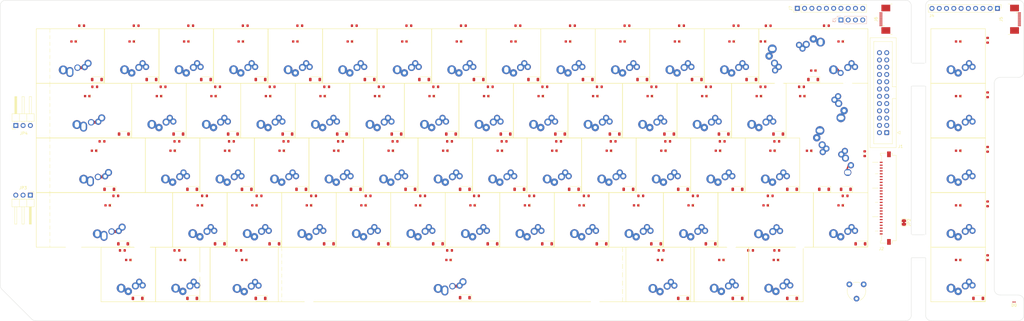
<source format=kicad_pcb>
(kicad_pcb (version 20221018) (generator pcbnew)
  (title_block (title "DecentXL keyboard") (date "2023-07-06") (rev "1"))
  (layers (0 "F.Cu" signal) (31 "B.Cu" signal) (34 "B.Paste" user) (35 "F.Paste" user) (36 "B.SilkS" user "B.Silkscreen") (37 "F.SilkS" user "F.Silkscreen") (38 "B.Mask" user) (39 "F.Mask" user) (44 "Edge.Cuts" user))
  (net 0 "")
  (net 1 "GND")
  (net 2 "PWR_LED")
  (net 3 "ROW_1")
  (net 4 "Net-(D1-A)")
  (net 5 "ROW_2")
  (net 6 "Net-(D2-A)")
  (net 7 "ROW_3")
  (net 8 "Net-(D3-A)")
  (net 9 "ROW_4")
  (net 10 "Net-(D4-A)")
  (net 11 "ROW_5")
  (net 12 "Net-(D5-A)")
  (net 13 "ROW_7")
  (net 14 "Net-(D6-A)")
  (net 15 "ROW_8")
  (net 16 "Net-(D7-A)")
  (net 17 "Net-(D8-A)")
  (net 18 "ROW_6")
  (net 19 "Net-(D9-A)")
  (net 20 "Net-(D10-A)")
  (net 21 "Net-(D11-A)")
  (net 22 "Net-(D12-A)")
  (net 23 "Net-(D13-A)")
  (net 24 "Net-(D14-A)")
  (net 25 "Net-(D15-A)")
  (net 26 "Net-(D16-A)")
  (net 27 "Net-(D17-A)")
  (net 28 "Net-(D18-A)")
  (net 29 "Net-(D19-A)")
  (net 30 "Net-(D20-A)")
  (net 31 "Net-(D21-A)")
  (net 32 "Net-(D22-A)")
  (net 33 "Net-(D23-A)")
  (net 34 "Net-(D24-A)")
  (net 35 "Net-(D25-A)")
  (net 36 "Net-(D26-A)")
  (net 37 "Net-(D27-A)")
  (net 38 "Net-(D28-A)")
  (net 39 "Net-(D29-A)")
  (net 40 "Net-(D30-A)")
  (net 41 "Net-(D31-A)")
  (net 42 "Net-(D32-A)")
  (net 43 "Net-(D33-A)")
  (net 44 "Net-(D34-A)")
  (net 45 "Net-(D35-A)")
  (net 46 "Net-(D36-A)")
  (net 47 "Net-(D37-A)")
  (net 48 "Net-(D38-A)")
  (net 49 "Net-(D39-A)")
  (net 50 "Net-(D40-A)")
  (net 51 "Net-(D41-A)")
  (net 52 "Net-(D42-A)")
  (net 53 "Net-(D43-A)")
  (net 54 "Net-(D44-A)")
  (net 55 "Net-(D45-A)")
  (net 56 "Net-(D46-A)")
  (net 57 "Net-(D47-A)")
  (net 58 "Net-(D48-A)")
  (net 59 "Net-(D49-A)")
  (net 60 "Net-(D51-A)")
  (net 61 "Net-(D52-A)")
  (net 62 "Net-(D53-A)")
  (net 63 "Net-(D54-A)")
  (net 64 "Net-(D56-A)")
  (net 65 "Net-(D57-A)")
  (net 66 "Net-(D58-A)")
  (net 67 "Net-(D59-A)")
  (net 68 "Net-(D60-A)")
  (net 69 "Net-(D61-A)")
  (net 70 "Net-(D62-K)")
  (net 71 "Net-(D62-A)")
  (net 72 "COL_1")
  (net 73 "COL_2")
  (net 74 "COL_3")
  (net 75 "COL_4")
  (net 76 "COL_5")
  (net 77 "COL_6")
  (net 78 "COL_7")
  (net 79 "COL_8")
  (net 80 "COL_9")
  (net 81 "POWER")
  (net 82 "START")
  (net 83 "SELECT")
  (net 84 "OPTION")
  (net 85 "RESET")
  (net 86 "VCC_LED")
  (net 87 "LED_GND")
  (net 88 "Net-(JP3-C)")
  (net 89 "Net-(R1-Pad1)")
  (net 90 "Net-(R2-Pad1)")
  (net 91 "Net-(R3-Pad1)")
  (net 92 "Net-(R4-Pad1)")
  (net 93 "Net-(R5-Pad1)")
  (net 94 "Net-(R6-Pad1)")
  (net 95 "Net-(R7-Pad1)")
  (net 96 "Net-(R8-Pad1)")
  (net 97 "Net-(R9-Pad1)")
  (net 98 "Net-(R10-Pad1)")
  (net 99 "Net-(R11-Pad1)")
  (net 100 "Net-(R12-Pad1)")
  (net 101 "Net-(R13-Pad1)")
  (net 102 "Net-(R14-Pad1)")
  (net 103 "Net-(R15-Pad1)")
  (net 104 "Net-(R16-Pad1)")
  (net 105 "Net-(R17-Pad1)")
  (net 106 "Net-(R18-Pad1)")
  (net 107 "Net-(R19-Pad1)")
  (net 108 "Net-(R20-Pad1)")
  (net 109 "Net-(R21-Pad1)")
  (net 110 "Net-(R22-Pad1)")
  (net 111 "Net-(R23-Pad1)")
  (net 112 "Net-(R24-Pad1)")
  (net 113 "Net-(R25-Pad1)")
  (net 114 "Net-(R26-Pad1)")
  (net 115 "Net-(R27-Pad1)")
  (net 116 "Net-(R28-Pad1)")
  (net 117 "Net-(R29-Pad1)")
  (net 118 "Net-(R30-Pad1)")
  (net 119 "Net-(R31-Pad1)")
  (net 120 "Net-(R32-Pad1)")
  (net 121 "Net-(R33-Pad1)")
  (net 122 "Net-(R34-Pad1)")
  (net 123 "Net-(R35-Pad1)")
  (net 124 "Net-(R36-Pad1)")
  (net 125 "Net-(R37-Pad1)")
  (net 126 "Net-(R38-Pad1)")
  (net 127 "Net-(R39-Pad1)")
  (net 128 "Net-(R40-Pad1)")
  (net 129 "Net-(R41-Pad1)")
  (net 130 "Net-(R42-Pad1)")
  (net 131 "Net-(R43-Pad1)")
  (net 132 "Net-(R44-Pad1)")
  (net 133 "Net-(R45-Pad1)")
  (net 134 "Net-(R46-Pad1)")
  (net 135 "Net-(R47-Pad1)")
  (net 136 "Net-(R48-Pad1)")
  (net 137 "Net-(R49-Pad1)")
  (net 138 "Net-(R50-Pad1)")
  (net 139 "Net-(R51-Pad1)")
  (net 140 "Net-(R52-Pad1)")
  (net 141 "Net-(R53-Pad1)")
  (net 142 "Net-(R54-Pad1)")
  (net 143 "Net-(R55-Pad1)")
  (net 144 "Net-(R56-Pad1)")
  (net 145 "Net-(R57-Pad1)")
  (net 146 "Net-(R58-Pad1)")
  (net 147 "Net-(R59-Pad1)")
  (net 148 "Net-(R60-Pad1)")
  (net 149 "Net-(R61-Pad1)")
  (net 150 "Net-(R62-Pad1)")
  (net 151 "Net-(R63-Pad1)")
  (net 152 "Net-(R64-Pad1)")
  (net 153 "Net-(R65-Pad1)")
  (net 154 "Net-(R66-Pad1)")
  (net 155 "Net-(R67-Pad1)")
  (net 156 "Net-(R68-Pad1)")
  (net 157 "CSL_GND")
  (net 158 "CSL_PWR_LED")
  (net 159 "CSL_ROW_8")
  (net 160 "CSL_HELP")
  (net 161 "CSL_START")
  (net 162 "CSL_SELECT")
  (net 163 "CSL_OPTION")
  (net 164 "CSL_RESET")
  (net 165 "CSL_VCC_LED")
  (net 166 "CSL_LED_GND")
  (net 167 "Net-(D50-A)")
  (net 168 "Net-(D55-A)")
  (footprint "DecentXL:R_0603_1608Metric" (layer "F.Cu") (at 266.1285 50.27)
    (fp_text reference "R38")
    (fp_text value "R" hide)
  )
  (footprint "DecentXL:D_SOD-123" (layer "F.Cu") (at 128.7145 47.73 180)
    (fp_text reference "D21")
    (fp_text value "1N4148W" hide)
  )
  (footprint "DecentXL:R_0603_1608Metric" (layer "F.Cu") (at 142.4305 28.934)
    (fp_text reference "R13")
    (fp_text value "R" hide)
  )
  (footprint "DecentXL:Mousebites" (layer "F.Cu") (at 337.058 105.918)
    (fp_text reference "REF**" hide)
    (fp_text value "Mousebites" hide)
  )
  (footprint "DecentXL:R_0603_1608Metric" (layer "F.Cu") (at 80.4545 107.42)
    (fp_text reference "R56")
    (fp_text value "R" hide)
  )
  (footprint "DecentXL:R_0603_1608Metric" (layer "F.Cu") (at 363.6645 34.014 90)
    (fp_text reference "R68")
    (fp_text value "R" hide)
  )
  (footprint "DecentXL:MX-1-00U-LED" (layer "F.Cu") (at 269.46225 72.6)
    (fp_text reference "SWPlus1")
    (fp_text value "SW_Push_45deg" hide)
  )
  (footprint "DecentXL:R_0603_1608Metric" (layer "F.Cu") (at 251.9045 69.32)
    (fp_text reference "R32")
    (fp_text value "R" hide)
  )
  (footprint "DecentXL:D_SOD-123" (layer "F.Cu") (at 123.8885 86.084 180)
    (fp_text reference "D33")
    (fp_text value "1N4148W" hide)
  )
  (footprint "DecentXL:MX-1-00U-LED" (layer "F.Cu") (at 283.74975 53.52)
    (fp_text reference "SWEqual1")
    (fp_text value "SW_Push_45deg" hide)
  )
  (footprint "DecentXL:D_SOD-123" (layer "F.Cu") (at 71.5645 47.73 180)
    (fp_text reference "D45")
    (fp_text value "1N4148W" hide)
  )
  (footprint "DecentXL:R_0603_1608Metric" (layer "F.Cu") (at 137.6045 69.32)
    (fp_text reference "R25")
    (fp_text value "R" hide)
  )
  (footprint "DecentXL:R_0603_1608Metric" (layer "F.Cu") (at 290.0045 107.42)
    (fp_text reference "R58")
    (fp_text value "R" hide)
  )
  (footprint "DecentXL:MX-1-00U-LED" (layer "F.Cu") (at 202.78725 91.68)
    (fp_text reference "SWM1")
    (fp_text value "SW_Push_45deg" hide)
  )
  (footprint "DecentXL:MX-2-00--1-75-U-LED" (layer "F.Cu") (at 51.577875 72.6)
    (fp_text reference "SWCtlCaps1")
    (fp_text value "SW_Push_45deg")
  )
  (footprint "DecentXL:MX-1-00U-LED" (layer "F.Cu") (at 140.87475 34.44)
    (fp_text reference "SW5")
    (fp_text value "SW_Push_45deg" hide)
  )
  (footprint "DecentXL:D_SOD-123" (layer "F.Cu") (at 295.3385 124.184 180)
    (fp_text reference "D58")
    (fp_text value "1N4148W" hide)
  )
  (footprint "DecentXL:R_0603_1608Metric" (layer "F.Cu") (at 261.5565 88.37)
    (fp_text reference "R42")
    (fp_text value "R" hide)
  )
  (footprint "DecentXL:R_0603_1608Metric" (layer "F.Cu") (at 180.5305 28.934)
    (fp_text reference "R1")
    (fp_text value "R" hide)
  )
  (footprint "DecentXL:R_0603_1608Metric" (layer "F.Cu") (at 175.7045 107.42)
    (fp_text reference "R10")
    (fp_text value "R" hide)
  )
  (footprint "DecentXL:D_SOD-123" (layer "F.Cu") (at 214.3125 66.78 180)
    (fp_text reference "D14")
    (fp_text value "1N4148W" hide)
  )
  (footprint "DecentXL:R_0603_1608Metric" (layer "F.Cu") (at 151.8285 50.27)
    (fp_text reference "R15")
    (fp_text value "R" hide)
  )
  (footprint "DecentXL:MX-1-00U-LED" (layer "F.Cu") (at 174.21225 72.6)
    (fp_text reference "SWH1")
    (fp_text value "SW_Push_45deg" hide)
  )
  (footprint "DecentXL:R_0603_1608Metric" (layer "F.Cu") (at 194.7545 69.32)
    (fp_text reference "R8")
    (fp_text value "R" hide)
  )
  (footprint "DecentXL:MX-1-25U-LED" (layer "F.Cu") (at 103.965375 110.76)
    (fp_text reference "SWCtl1")
    (fp_text value "SW_Push_45deg" hide)
  )
  (footprint "DecentXL:D_SOD-123" (layer "F.Cu") (at 185.8645 47.73 180)
    (fp_text reference "D1")
    (fp_text value "1N4148W" hide)
  )
  (footprint "DecentXL:MX-1-00U-LED" (layer "F.Cu") (at 193.26225 72.6)
    (fp_text reference "SWJ1")
    (fp_text value "SW_Push_45deg" hide)
  )
  (footprint "DecentXL:MX-1-00U-LED" (layer "F.Cu") (at 145.63725 91.68)
    (fp_text reference "SWV1")
    (fp_text value "SW_Push_45deg" hide)
  )
  (footprint "DecentXL:R_0603_1608Metric" (layer "F.Cu") (at 51.7525 50.27)
    (fp_text reference "R55")
    (fp_text value "R" hide)
  )
  (footprint "DecentXL:Mousebites" (layer "F.Cu") (at 337.058 45.974)
    (fp_text reference "REF**" hide)
    (fp_text value "Mousebites" hide)
  )
  (footprint "DecentXL:R_0603_1608Metric" (layer "F.Cu") (at 232.8545 69.32)
    (fp_text reference "R24")
    (fp_text value "R" hide)
  )
  (footprint "DecentXL:R_0603_1608Metric" (layer "F.Cu") (at 218.6305 28.934)
    (fp_text reference "R20")
    (fp_text value "R" hide)
  )
  (footprint "DecentXL:D_SOD-123" (layer "F.Cu") (at 104.8385 86.084 180)
    (fp_text reference "D41")
    (fp_text value "1N4148W" hide)
  )
  (footprint "DecentXL:MX-1-00U-LED" (layer "F.Cu") (at 74.19975 53.52)
    (fp_text reference "SWQ1")
    (fp_text value "SW_Push_45deg" hide)
  )
  (footprint "DecentXL:D_SOD-123" (layer "F.Cu") (at 266.8905 105.134 180)
    (fp_text reference "D42")
    (fp_text value "1N4148W" hide)
  )
  (footprint "DecentXL:MX-1-00U-LED" (layer "F.Cu") (at 121.82475 34.44)
    (fp_text reference "SW4")
    (fp_text value "SW_Push_45deg" hide)
  )
  (footprint "DecentXL:D_SOD-123" (layer "F.Cu") (at 233.3625 66.78 180)
    (fp_text reference "D22")
    (fp_text value "1N4148W" hide)
  )
  (footprint "DecentXL:D_SOD-123" (layer "F.Cu") (at 181.0385 123.93 180)
    (fp_text reference "D10")
    (fp_text value "1N4148W" hide)
  )
  (footprint "DecentXL:D_SOD-123" (layer "F.Cu") (at 247.8405 105.134 180)
    (fp_text reference "D34")
    (fp_text value "1N4148W" hide)
  )
  (footprint "DecentXL:R_0603_1608Metric" (layer "F.Cu") (at 223.4565 88.37)
    (fp_text reference "R26")
    (fp_text value "R" hide)
  )
  (footprint "DecentXL:MX-1-00U-LED" (layer "F.Cu") (at 164.68725 91.68)
    (fp_text reference "SWB1")
    (fp_text value "SW_Push_45deg" hide)
  )
  (footprint "DecentXL:D_SOD-123" (layer "F.Cu") (at 119.0625 66.78 180)
    (fp_text reference "D31")
    (fp_text value "1N4148W" hide)
  )
  (footprint "DecentXL:MX-1-00U-LED" (layer "F.Cu") (at 117.06225 72.6)
    (fp_text reference "SWD1")
    (fp_text value "SW_Push_45deg" hide)
  )
  (footprint "DecentXL:D_SOD-123" (layer "F.Cu") (at 66.7385 124.184 180)
    (fp_text reference "D5")
    (fp_text value "1N4148W" hide)
  )
  (footprint "DecentXL:MountingHole_5.3mm_M5" (layer "F.Cu") (at 24.446625 39.066)
    (fp_text reference "REF**" hide)
    (fp_text value "MountingHole_5.3mm_M5" hide)
  )
  (footprint "DecentXL:MX-1-00U-LED" (layer "F.Cu") (at 353.37475 110.76)
    (fp_text reference "SWHlp1")
    (fp_text value "SW_Push_45deg" hide)
  )
  (footprint "DecentXL:MX-1-00U-LED" (layer "F.Cu") (at 155.16225 72.6)
    (fp_text reference "SWG1")
    (fp_text value "SW_Push_45deg" hide)
  )
  (footprint "DecentXL:R_0603_1608Metric" (layer "F.Cu") (at 61.4045 107.42)
    (fp_text reference "R5")
    (fp_text value "R" hide)
  )
  (footprint "DecentXL:MX-1-00U-LED" (layer "F.Cu") (at 274.22475 34.44)
    (fp_text reference "SWGT1")
    (fp_text value "SW_Push_45deg" hide)
  )
  (footprint "DecentXL:R_0603_1608Metric" (layer "F.Cu") (at 307.34 28.934)
    (fp_text reference "R62")
    (fp_text value "R" hide)
  )
  (footprint "DecentXL:MX-1-00U-LED" (layer "F.Cu") (at 198.02475 34.44)
    (fp_text reference "SW8")
    (fp_text value "SW_Push_45deg" hide)
  )
  (footprint "DecentXL:D_SOD-123" (layer "F.Cu") (at 171.6405 105.134 180)
    (fp_text reference "D19")
    (fp_text value "1N4148W" hide)
  )
  (footprint "DecentXL:D_SOD-123" (layer "F.Cu") (at 181.0385 86.084 180)
    (fp_text reference "D9")
    (fp_text value "1N4148W" hide)
  )
  (footprint "DecentXL:MX-1-00U-LED" (layer "F.Cu") (at 353.37475 34.44)
    (fp_text reference "SWReset1")
    (fp_text value "SW_Push_45deg" hide)
  )
  (footprint "DecentXL:R_0603_1608Metric" (layer "F.Cu") (at 287.7185 88.37)
    (fp_text reference "R61")
    (fp_text value "R" hide)
  )
  (footprint "DecentXL:MX-1-00U-LED" (layer "F.Cu") (at 159.92475 34.44)
    (fp_text reference "SW6")
    (fp_text value "SW_Push_45deg" hide)
  )
  (footprint "DecentXL:MX-1-25U-LED" (layer "F.Cu") (at 249.221625 110.76)
    (fp_text reference "SWBrk1")
    (fp_text value "SW_Push_45deg" hide)
  )
  (footprint "DecentXL:MountingHole_5.3mm_M5" (layer "F.Cu") (at 24.446625 117.08)
    (fp_text reference "REF**" hide)
    (fp_text value "MountingHole_5.3mm_M5" hide)
  )
  (footprint "DecentXL:MX-1-00U-LED" (layer "F.Cu") (at 131.34975 53.52)
    (fp_text reference "SWR1")
    (fp_text value "SW_Push_45deg" hide)
  )
  (footprint "DecentXL:R_0603_1608Metric" (layer "F.Cu") (at 109.1565 88.37)
    (fp_text reference "R43")
    (fp_text value "R" hide)
  )
  (footprint "DecentXL:D_SOD-123" (layer "F.Cu") (at 204.9145 47.73 180)
    (fp_text reference "D12")
    (fp_text value "1N4148W" hide)
  )
  (footprint "DecentXL:MX-1-00U-LED" (layer "F.Cu") (at 259.93725 91.68)
    (fp_text reference "SWSlash1")
    (fp_text value "SW_Push_45deg" hide)
  )
  (footprint "DecentXL:MX-1-00U-LED" (layer "F.Cu") (at 98.01225 72.6)
    (fp_text reference "SWS1")
    (fp_text value "SW_Push_45deg" hide)
  )
  (footprint "DecentXL:R_0603_1608Metric" (layer "F.Cu") (at 66.2305 28.934)
    (fp_text reference "R45")
    (fp_text value "R" hide)
  )
  (footprint "DecentXL:D_SOD-123" (layer "F.Cu") (at 319.2145 105.134 180)
    (fp_text reference "D50")
    (fp_text value "1N4148W" hide)
  )
  (footprint "DecentXL:D_SOD-123" (layer "F.Cu") (at 257.2385 86.084 180)
    (fp_text reference "D32")
    (fp_text value "1N4148W" hide)
  )
  (footprint "DecentXL:R_0603_1608Metric" (layer "F.Cu") (at 59.1185 88.37)
    (fp_text reference "R63")
    (fp_text value "R" hide)
  )
  (footprint "DecentXL:MX-1-00U-LED" (layer "F.Cu") (at 245.64975 53.52)
    (fp_text reference "SWP1")
    (fp_text value "SW_Push_45deg" hide)
  )
  (footprint "DecentXL:D_SOD-123" (layer "F.Cu") (at 161.9885 86.084 180)
    (fp_text reference "D17")
    (fp_text value "1N4148W" hide)
  )
  (footprint "DecentXL:R_0603_1608Metric" (layer "F.Cu") (at 280.8605 107.42)
    (fp_text reference "R7")
    (fp_text value "R" hide)
  )
  (footprint "Connector_PinHeader_2.54mm:PinHeader_1x03_P2.54mm_Horizontal" (layer "F.Cu") (at 24.1935 63.789 90)
    (fp_text reference "JP4")
    (fp_text value "Jumper_3_Bridged12" hide)
  )
  (footprint "DecentXL:MX-1-00U-LED" (layer "F.Cu") (at 255.17475 34.44)
    (fp_text reference "SWLT1")
    (fp_text value "SW_Push_45deg" hide)
  )
  (footprint "DecentXL:MX-1-00U-LED" (layer "F.Cu") (at 270.652875 110.76)
    (fp_text reference "SWFn3")
    (fp_text value "SW_Push_45deg" hide)
  )
  (footprint "DecentXL:R_0603_1608Metric" (layer "F.Cu") (at 185.1025 88.37)
    (fp_text reference "R6")
    (fp_text value "R" hide)
  )
  (footprint "DecentXL:D_SOD-123" (layer "F.Cu") (at 85.7885 124.184 180)
    (fp_text reference "D56")
    (fp_text value "1N4148W" hide)
  )
  (footprint "Connector_FFC-FPC:TE_1-1734839-0_1x10-1MP_P0.5mm_Horizontal" (layer "F.Cu") (at 327.751 26.67 90)
    (fp_text reference "J6")
    (fp_text value "Conn_01x10" hide)
  )
  (footprint "DecentXL:D_SOD-123" (layer "F.Cu") (at 133.5405 105.134 180)
    (fp_text reference "D35")
    (fp_text value "1N4148W" hide)
  )
  (footprint "DecentXL:D_SOD-123" (layer "F.Cu") (at 100.0125 66.78 180)
    (fp_text reference "D39")
    (fp_text value "1N4148W" hide)
  )
  (footprint "DecentXL:MX-2-50U-LED" (layer "F.Cu") (at 56.340375 91.68)
    (fp_text reference "SWLeftSft1")
    (fp_text value "SW_Push_45deg" hide)
  )
  (footprint "DecentXL:R_0603_1608Metric" (layer "F.Cu") (at 320.7385 73.638 -90)
    (fp_text reference "R57")
    (fp_text value "R" hide)
  )
  (footprint "DecentXL:Mousebites" (layer "F.Cu") (at 341.884 105.918)
    (fp_text reference "REF**" hide)
    (fp_text value "Mousebites" hide)
  )
  (footprint "DecentXL:Mousebites" (layer "F.Cu") (at 341.884 45.974)
    (fp_text reference "REF**" hide)
    (fp_text value "Mousebites" hide)
  )
  (footprint "DecentXL:R_0603_1608Metric" (layer "F.Cu") (at 247.0785 50.27)
    (fp_text reference "R30")
    (fp_text value "R" hide)
  )
  (footprint "DecentXL:D_SOD-123" (layer "F.Cu") (at 56.8325 86.084 180)
    (fp_text reference "D62")
    (fp_text value "1N4148W" hide)
  )
  (footprint "DecentXL:D_SOD-123" (layer "F.Cu") (at 166.8145 47.73 180)
    (fp_text reference "D2")
    (fp_text value "1N4148W" hide)
  )
  (footprint "DecentXL:R_0603_1608Metric" (layer "F.Cu") (at 147.2565 88.37)
    (fp_text reference "R27")
    (fp_text value "R" hide)
  )
  (footprint "DecentXL:MX-1-00U-LED" (layer "F.Cu") (at 178.97475 34.44)
    (fp_text reference "SW7")
    (fp_text value "SW_Push_45deg" hide)
  )
  (footprint "DecentXL:MX-1-00U-LED" (layer "F.Cu") (at 63.484125 110.76)
    (fp_text reference "SWFn1")
    (fp_text value "SW_Push_45deg" hide)
  )
  (footprint "DecentXL:MX-1-00U-LED" (layer "F.Cu") (at 285.22775 34.44)
    (fp_text reference "SWDel2")
    (fp_text value "SW_Push_45deg" hide)
  )
  (footprint "DecentXL:D_SOD-123" (layer "F.Cu") (at 95.4405 105.134 180)
    (fp_text reference "D51")
    (fp_text value "1N4148W" hide)
  )
  (footprint "DecentXL:MX-1-00U-LED" (layer "F.Cu") (at 312.32475 34.44)
    (fp_text reference "SWBrk2")
    (fp_text value "SW_Push_45deg" hide)
  )
  (footprint "DecentXL:MX-1-00U-LED" (layer "F.Cu") (at 102.77475 34.44)
    (fp_text reference "SW3")
    (fp_text value "SW_Push_45deg" hide)
  )
  (footprint "DecentXL:R_0603_1608Metric" (layer "F.Cu") (at 132.7785 50.27)
    (fp_text reference "R23")
    (fp_text value "R" hide)
  )
  (footprint "DecentXL:MX-1-00U-LED" (layer "F.Cu") (at 288.51225 72.6)
    (fp_text reference "SWStar1")
    (fp_text value "SW_Push_45deg" hide)
  )
  (footprint "DecentXL:R_0603_1608Metric" (layer "F.Cu") (at 75.6285 50.27)
    (fp_text reference "R47")
    (fp_text value "R" hide)
  )
  (footprint "DecentXL:R_0603_1608Metric" (layer "F.Cu") (at 54.2925 69.32)
    (fp_text reference "R66")
    (fp_text value "R" hide)
  )
  (footprint "DecentXL:MX-1-00U-LED" (layer "F.Cu") (at 93.24975 53.52)
    (fp_text reference "SWW1")
    (fp_text value "SW_Push_45deg" hide)
  )
  (footprint "DecentXL:D_SOD-123" (layer "F.Cu") (at 281.1145 47.73 180)
    (fp_text reference "D44")
    (fp_text value "1N4148W" hide)
  )
  (footprint "DecentXL:R_0603_1608Metric" (layer "F.Cu") (at 237.6805 28.934)
    (fp_text reference "R28")
    (fp_text value "R" hide)
  )
  (footprint "Connector_PinHeader_2.54mm:PinHeader_1x10_P2.54mm_Vertical" (layer "F.Cu") (at 367.0935 22.882 -90)
    (fp_text reference "J4")
    (fp_text value "Conn_01x10" hide)
  )
  (footprint "DecentXL:D_SOD-123" (layer "F.Cu") (at 90.6145 47.73 180)
    (fp_text reference "D37")
    (fp_text value "1N4148W" hide)
  )
  (footprint "DecentXL:D_SOD-123" (layer "F.Cu") (at 262.0645 47.73 180)
    (fp_text reference "D36")
    (fp_text value "1N4148W" hide)
  )
  (footprint "DecentXL:MX-1-00U-LED" (layer "F.Cu") (at 183.73725 91.68)
    (fp_text reference "SWN1")
    (fp_text value "SW_Push_45deg" hide)
  )
  (footprint "DecentXL:MX-1-00U-LED" (layer "F.Cu") (at 312.32475 91.68)
    (fp_text reference "SWInv1")
    (fp_text value "SW_Push_45deg" hide)
  )
  (footprint "DecentXL:MX-1-00U-LED" (layer "F.Cu") (at 78.96225 72.6)
    (fp_text reference "SWA1")
    (fp_text value "SW_Push_45deg" hide)
  )
  (footprint "DecentXL:R_0603_1608Metric" (layer "F.Cu") (at 189.9285 50.27)
    (fp_text reference "R3")
    (fp_text value "R" hide)
  )
  (footprint "Connector_PinHeader_2.54mm:PinHeader_1x10_P2.54mm_Vertical" (layer "F.Cu") (at 297.185 22.86 90)
    (fp_text reference "J7")
    (fp_text value "Conn_01x10" hide)
  )
  (footprint "DecentXL:MX-1-00U-LED" (layer "F.Cu") (at 83.72475 34.44)
    (fp_text reference "SW2")
    (fp_text value "SW_Push_45deg" hide)
  )
  (footprint "DecentXL:D_SOD-123" (layer "F.Cu") (at 157.1625 66.78 180)
    (fp_text reference "D15")
    (fp_text value "1N4148W" hide)
  )
  (footprint "DecentXL:D_SOD-123" (layer "F.Cu") (at 223.9645 47.73 180)
    (fp_text reference "D20")
    (fp_text value "1N4148W" hide)
  )
  (footprint "DecentXL:R_0603_1608Metric" (layer "F.Cu") (at 204.4065 88.37)
    (fp_text reference "R18")
    (fp_text value "R" hide)
  )
  (footprint "DecentXL:MX-1-00U-LED" (layer "F.Cu") (at 353.37475 72.6)
    (fp_text reference "SWSelect1")
    (fp_text value "SW_Push_45deg" hide)
  )
  (footprint "DecentXL:D_SOD-123" (layer "F.Cu") (at 80.9625 66.78 180)
    (fp_text reference "D47")
    (fp_text value "1N4148W" hide)
  )
  (footprint "DecentXL:R_0603_1608Metric" (layer "F.Cu") (at 275.7805 28.934)
    (fp_text reference "R44")
    (fp_text value "R" hide)
  )
  (footprint "DecentXL:D_SOD-123" (layer "F.Cu") (at 306.5145 86.084 180)
    (fp_text reference "D54")
    (fp_text value "1N4148W" hide)
  )
  (footprint "DecentXL:R_0603_1608Metric" (layer "F.Cu") (at 47.1805 28.934)
    (fp_text reference "R52")
    (fp_text value "R" hide)
  )
  (footprint "DecentXL:D_SOD-123" (layer "F.Cu") (at 142.9385 86.084 180)
    (fp_text reference "D25")
    (fp_text value "1N4148W" hide)
  )
  (footprint "DecentXL:D_SOD-123" (layer "F.Cu") (at 114.4905 105.134 180)
    (fp_text reference "D43")
    (fp_text value "1N4148W" hide)
  )
  (footprint "DecentXL:MX-1-25--1-00-U-LED" (layer "F.Cu") (at 44.434125 34.44)
    (fp_text reference "SWEsc1")
    (fp_text value "SW_Push_45deg")
  )
  (footprint "DecentXL:MX-1-75U-LED" (layer "F.Cu") (at 286.131 91.68)
    (fp_text reference "SWRightSft1")
    (fp_text value "SW_Push_45deg" hide)
  )
  (footprint "DecentXL:MX-1-00U-LED" (layer "F.Cu") (at 207.54975 53.52)
    (fp_text reference "SWI1")
    (fp_text value "SW_Push_45deg" hide)
  )
  (footprint "DecentXL:Molex_200528-0260_1x26-1MP_P1.00mm_Horizontal" (layer "F.Cu") (at 327.406 89.154 90)
    (fp_text reference "J2")
    (fp_text value "Conn_01x26" hide)
  )
  (footprint "DecentXL:MX-1-00U-LED" (layer "F.Cu") (at 264.69975 53.52)
    (fp_text reference "SWDash1")
    (fp_text value "SW_Push_45deg" hide)
  )
  (footprint "DecentXL:MX-1-00U-LED" (layer "F.Cu") (at 112.29975 53.52)
    (fp_text reference "SWE1")
    (fp_text value "SW_Push_45deg" hide)
  )
  (footprint "DecentXL:R_0603_1608Metric" (layer "F.Cu") (at 256.7305 28.934)
    (fp_text reference "R36")
    (fp_text value "R" hide)
  )
  (footprint "DecentXL:R_0603_1608Metric" (layer "F.Cu") (at 298.6405 50.27)
    (fp_text reference "R54")
    (fp_text value "R" hide)
  )
  (footprint "DecentXL:R_0603_1608Metric" (layer "F.Cu") (at 228.0285 50.27)
    (fp_text reference "R22")
    (fp_text value "R" hide)
  )
  (footprint "DecentXL:D_SOD-123" (layer "F.Cu") (at 228.7905 105.134 180)
    (fp_text reference "D26")
    (fp_text value "1N4148W" hide)
  )
  (footprint "DecentXL:MX-1-00U-LED" (layer "F.Cu") (at 88.48725 91.68)
    (fp_text reference "SWZ1")
    (fp_text value "SW_Push_45deg" hide)
  )
  (footprint "DecentXL:D_SOD-123" (layer "F.Cu") (at 295.3385 86.084 180)
    (fp_text reference "D48")
    (fp_text value "1N4148W" hide)
  )
  (footprint "Connector_FFC-FPC:TE_1-1734839-0_1x10-1MP_P0.5mm_Horizontal" (layer "F.Cu") (at 373.416 26.67 -90)
    (fp_text reference "J5")
    (fp_text value "Conn_01x10" hide)
  )
  (footprint "DecentXL:R_0603_1608Metric" (layer "F.Cu") (at 80.4545 69.32)
    (fp_text reference "R49")
    (fp_text value "R" hide)
  )
  (footprint "DecentXL:D_SOD-123" (layer "F.Cu") (at 238.1885 86.084 180)
    (fp_text reference "D24")
    (fp_text value "1N4148W" hide)
  )
  (footprint "DecentXL:R_0603_1608Metric" (layer "F.Cu") (at 287.02 28.956)
    (fp_text reference "R53")
    (fp_text value "R" hide)
  )
  (footprint "Jumper:SolderJumper-2_P1.3mm_Bridged_RoundedPad1.0x1.5mm" (layer "F.Cu") (at 334.42275 97.686 -90)
    (fp_text reference "JP2")
    (fp_text value "SolderJumper_2_Bridged" hide)
  )
  (footprint "DecentXL:R_0603_1608Metric" (layer "F.Cu") (at 363.6645 72.114 90)
    (fp_text reference "R65")
    (fp_text value "R" hide)
  )
  (footprint "DecentXL:R_0603_1608Metric" (layer "F.Cu") (at 290.0045 69.32)
    (fp_text reference "R48")
    (fp_text value "R" hide)
  )
  (footprint "DecentXL:R_0603_1608Metric" (layer "F.Cu") (at 99.5045 69.32)
    (fp_text reference "R41")
    (fp_text value "R" hide)
  )
  (footprint "DecentXL:MX-1-00U-LED" (layer "F.Cu") (at 212.31225 72.6)
    (fp_text reference "SWK1")
    (fp_text value "SW_Push_45deg" hide)
  )
  (footprint "DecentXL:D_SOD-123" (layer "F.Cu") (at 85.7885 86.084 180)
    (fp_text reference "D49")
    (fp_text value "1N4148W" hide)
  )
  (footprint "DecentXL:D_SOD-123" (layer "F.Cu") (at 314.1345 86.084 180)
    (fp_text reference "D57")
    (fp_text value "1N4148W" hide)
  )
  (footprint "Connector_IDC:IDC-Header_2x12_P2.54mm_Vertical" (layer "F.Cu") (at 328.422 66.294 180)
    (fp_text reference "J1")
    (fp_text value "Conn_02x12_Odd_Even" hide)
  )
  (footprint "DecentXL:R_0603_1608Metric" (layer "F.Cu") (at 161.4805 28.934)
    (fp_text reference "R2")
    (fp_text value "R" hide)
  )
  (footprint "DecentXL:R_0603_1608Metric" (layer "F.Cu") (at 313.8805 88.37)
    (fp_text reference "R50")
    (fp_text value "R" hide)
  )
  (footprint "DecentXL:MX-1-00U-LED" (layer "F.Cu") (at 82.534125 110.76)
    (fp_text reference "SWFn2")
    (fp_text value "SW_Push_45deg" hide)
  )
  (footprint "DecentXL:MX-1-00U-LED" (layer "F.Cu") (at 169.44975 53.52)
    (fp_text reference "SWY1")
    (fp_text value "SW_Push_45deg" hide)
  )
  (footprint "DecentXL:MX-1-00U-LED" (layer "F.Cu") (at 136.11225 72.6)
    (fp_text reference "SWF1")
    (fp_text value "SW_Push_45deg" hide)
  )
  (footprint "LED_SMD:LED_0201_0603Metric" (layer "F.Cu") (at 372.8997 125.454)
    (fp_text reference "D0")
    (fp_text value "LED" hide)
  )
  (footprint "DecentXL:MX-1-00U-LED" (layer "F.Cu") (at 107.53725 91.68)
    (fp_text reference "SWX1")
    (fp_text value "SW_Push_45deg" hide)
  )
  (footprint "DecentXL:D_SOD-123" (layer "F.Cu") (at 176.2125 66.78 180)
    (fp_text reference "D4")
    (fp_text value "1N4148W" hide)
  )
  (footprint "DecentXL:MX-1-00U-LED" (layer "F.Cu") (at 289.702875 110.76)
    (fp_text reference "SWFn4")
    (fp_text value "SW_Push_45deg" hide)
  )
  (footprint "MountingHole:MountingHole_5.3mm_M5" (layer "F.Cu") (at 370.48 38.5)
    (fp_text reference "REF**" hide)
    (fp_text value "MountingHole_5.3mm_M5" hide)
  )
  (footprint "DecentXL:D_SOD-123" (layer "F.Cu") (at 138.1125 66.78 180)
    (fp_text reference "D23")
    (fp_text value "1N4148W" hide)
  )
  (footprint "DecentXL:MX-1-25U-LED" (layer "F.Cu") (at 301.3025 72.6)
    (fp_text reference "SWCps1")
    (fp_text value "SW_Push_45deg" hide)
  )
  (footprint "DecentXL:D_SOD-123" (layer "F.Cu") (at 302.7045 47.73 180)
    (fp_text reference "D52")
    (fp_text value "1N4148W" hide)
  )
  (footprint "DecentXL:MX-1-00U-LED" (layer "F.Cu") (at 217.07475 34.44)
    (fp_text reference "SW9")
    (fp_text value "SW_Push_45deg" hide)
  )
  (footprint "DecentXL:MX-ISO-RETURN" (layer "F.Cu") (at 309.9435 63.06)
    (fp_text reference "SWRet1")
    (fp_text value "SWITCH" hide)
  )
  (footprint "DecentXL:D_SOD-123" (layer "F.Cu") (at 243.0145 47.73 180)
    (fp_text reference "D28")
    (fp_text value "1N4148W" hide)
  )
  (footprint "DecentXL:R_0603_1608Metric" (layer "F.Cu") (at 166.3065 88.37)
    (fp_text reference "R19")
    (fp_text value "R" hide)
  )
  (footprint "DecentXL:D_SOD-123" (layer "F.Cu") (at 109.6645 47.73 180)
    (fp_text reference "D29")
    (fp_text value "1N4148W" hide)
  )
  (footprint "DecentXL:R_0603_1608Metric" (layer "F.Cu") (at 113.7285 50.27)
    (fp_text reference "R31")
    (fp_text value "R" hide)
  )
  (footprint "DecentXL:D_SOD-123" (layer "F.Cu") (at 276.2885 86.084 180)
    (fp_text reference "D40")
    (fp_text value "1N4148W" hide)
  )
  (footprint "DecentXL:R_0603_1608Metric" (layer "F.Cu") (at 213.8045 69.32)
    (fp_text reference "R16")
    (fp_text value "R" hide)
  )
  (footprint "DecentXL:R_0603_1608Metric" (layer "F.Cu") (at 128.2065 88.37)
    (fp_text reference "R35")
    (fp_text value "R" hide)
  )
  (footprint "DecentXL:R_0603_1608Metric" (layer "F.Cu") (at 123.3805 28.934)
    (fp_text reference "R21")
    (fp_text value "R" hide)
  )
  (footprint "DecentXL:D_SOD-123" (layer "F.Cu") (at 271.4625 66.78 180)
    (fp_text reference "D38")
    (fp_text value "1N4148W" hide)
  )
  (footprint "DecentXL:R_0603_1608Metric" (layer "F.Cu") (at 90.1065 88.37)
    (fp_text reference "R51")
    (fp_text value "R" hide)
  )
  (footprint "DecentXL:D_SOD-123" (layer "F.Cu") (at 360.3625 124.184 180)
    (fp_text reference "D11")
    (fp_text value "1N4148W" hide)
  )
  (footprint "DecentXL:MX-1-00U-LED" (layer "F.Cu") (at 231.36225 72.6)
    (fp_text reference "SWL1")
    (fp_text value "SW_Push_45deg" hide)
  )
  (footprint "DecentXL:R_0603_1608Metric" (layer "F.Cu") (at 104.3305 28.934)
    (fp_text reference "R29")
    (fp_text value "R" hide)
  )
  (footprint "DecentXL:MX-1-75--1-50-U-LED" (layer "F.Cu") (at 49.196625 53.52)
    (fp_text reference "SWTab1")
    (fp_text value "SW_Push_45deg")
  )
  (footprint "DecentXL:MX-1-00U-LED" (layer "F.Cu") (at 126.58725 91.68)
    (fp_text reference "SWC1")
    (fp_text value "SW_Push_45deg" hide)
  )
  (footprint "DecentXL:D_SOD-123" (layer "F.Cu") (at 147.7645 47.73 180)
    (fp_text reference "D13")
    (fp_text value "1N4148W" hide)
  )
  (footprint "DecentXL:Potentiometer_CUI-PTN06-D02CB20" (layer "F.Cu") (at 315.37275 119.276 -90)
    (fp_text reference "JP1" hide)
    (fp_text value "SolderJumper_2_Bridged" hide)
  )
  (footprint "DecentXL:R_0603_1608Metric" (layer "F.Cu") (at 285.1785 50.27)
    (fp_text reference "R46")
    (fp_text value "R" hide)
  )
  (footprint "DecentXL:R_0603_1608Metric" (layer "F.Cu") (at 94.6785 50.27)
    (fp_text reference "R39")
    (fp_text value "R" hide)
  )
  (footprint "DecentXL:R_0603_1608Metric" (layer "F.Cu") (at 199.5805 28.934)
    (fp_text reference "R12")
    (fp_text value "R" hide)
  )
  (footprint "DecentXL:D_SOD-123" (layer "F.Cu") (at 190.6905 105.134 180)
    (fp_text reference "D6")
    (fp_text value "1N4148W" hide)
  )
  (footprint "DecentXL:MX-1-00U-LED" (layer "F.Cu") (at 64.67475 34.44)
    (fp_text reference "SW1")
    (fp_text value "SW_Push_45deg" hide)
  )
  (footprint "DecentXL:R_0603_1608Metric" (layer "F.Cu") (at 242.5065 88.37)
    (fp_text reference "R34")
    (fp_text value "R" hide)
  )
  (footprint "DecentXL:MX-1-00U-LED" (layer "F.Cu") (at 150.39975 53.52)
    (fp_text reference "SWT1")
    (fp_text value "SW_Push_45deg" hide)
  )
  (footprint "DecentXL:D_SOD-123" (layer "F.Cu") (at 200.0885 86.084 180)
    (fp_text reference "D8")
    (fp_text value "1N4148W" hide)
  )
  (footprint "DecentXL:D_SOD-123" (layer "F.Cu") (at 195.2625 66.78 180)
    (fp_text reference "D3")
    (fp_text value "1N4148W" hide)
  )
  (footprint "DecentXL:D_SOD-123" (layer "F.Cu") (at 276.2885 124.184 180)
    (fp_text reference "D7")
    (fp_text value "1N4148W" hide)
  )
  (footprint "DecentXL:R_0603_1608Metric" (layer "F.Cu") (at 249.6185 107.42)
    (fp_text reference "R59")
    (fp_text value "R" hide)
  )
  (footprint "DecentXL:R_0603_1608Metric" (layer "F.Cu") (at 175.7045 69.32)
    (fp_text reference "R9")
    (fp_text value "R" hide)
  )
  (footprint "DecentXL:R_0603_1608Metric" (layer "F.Cu") (at 102.0445 107.42)
    (fp_text reference "R60")
    (fp_text value "R" hide)
  )
  (footprint "DecentXL:MX-9-00--6-25-U-LED" (layer "F.Cu") (at 175.402875 110.76)
    (fp_text reference "SWSpc1" hide)
    (fp_text value "SW_Push_45deg" hide)
  )
  (footprint "DecentXL:R_0603_1608Metric" (layer "F.Cu") (at 363.6645 91.164 90)
    (fp_text reference "R64")
    (fp_text value "R" hide)
  )
  (footprint "DecentXL:R_0603_1608Metric" (layer "F.Cu") (at 270.9545 69.32)
    (fp_text reference "R40")
    (fp_text value "R" hide)
  )
  (footprint "DecentXL:D_SOD-123" (layer "F.Cu") (at 61.9125 66.78 180)
    (fp_text reference "D55")
    (fp_text value "1N4148W" hide)
  )
  (footprint "DecentXL:MX-1-00U-LED" (layer "F.Cu") (at 353.37475 53.52)
    (fp_text reference "SWOption1")
    (fp_text value "SW_Push_45deg" hide)
  )
  (footprint "DecentXL:R_0603_1608Metric" (layer "F.Cu") (at 363.6645 53.064 90)
    (fp_text reference "R67")
    (fp_text value "R" hide)
  )
  (footprint "DecentXL:MX-1-00U-LED" (layer "F.Cu") (at 240.88725 91.68)
    (fp_text reference "SWPeriod1")
    (fp_text value "SW_Push_45deg" hide)
  )
  (footprint "DecentXL:D_SOD-123" (layer "F.Cu") (at 61.6585 105.134 180)
    (fp_text reference "D61")
    (fp_text value "1N4148W" hide)
  )
  (footprint "Connector_PinHeader_2.54mm:PinHeader_1x03_P2.54mm_Horizontal" (layer "F.Cu") (at 29.2585 88.116 -90)
    (fp_text reference "JP3")
    (fp_text value "Jumper_3_Bridged12" hide)
  )
  (footprint "DecentXL:MX-1-00U-LED" (layer "F.Cu") (at 236.12475 34.44)
    (fp_text reference "SW0")
    (fp_text value "SW_Push_45deg" hide)
  )
  (footprint "DecentXL:D_SOD-123" (layer "F.Cu") (at 252.4125 66.78 180)
    (fp_text reference "D30")
    (fp_text value "1N4148W" hide)
  )
  (footprint "DecentXL:D_SOD-123" (layer "F.Cu") (at 52.5145 47.73 180)
    (fp_text reference "D53")
    (fp_text value "1N4148W" hide)
  )
  (footprint "DecentXL:MX-1-00U-LED" (layer "F.Cu") (at 353.37475 91.68)
    (fp_text reference "SWStart1")
    (fp_text value "SW_Push_45deg" hide)
  )
  (footprint "DecentXL:MX-1-50U-LED" (layer "F.Cu") (at 298.92125 53.52)
    (fp_text reference "SWRet2")
    (fp_text value "SW_Push_45deg" hide)
  )
  (footprint "DecentXL:R_0603_1608Metric" (layer "F.Cu") (at 156.6545 69.32)
    (fp_text reference "R17")
    (fp_text value "R" hide)
  )
  (footprint "DecentXL:MX-1-00U-LED" (layer "F.Cu") (at 250.41225 72.6)
    (fp_text reference "SWSemi1")
    (fp_text value "SW_Push_45deg" hide)
  )
  (footprint "DecentXL:MountingHole_5.3mm_M5" (layer "F.Cu") (at 330.590625 118.926)
    (fp_text reference "REF**" hide)
    (fp_text value "MountingHole_5.3mm_M5" hide)
  )
  (footprint "DecentXL:R_0603_1608Metric" (layer "F.Cu") (at 118.5545 69.32)
    (fp_text reference "R33")
    (fp_text value "R" hide)
  )
  (footprint "DecentXL:MX-1-00U-LED" (layer "F.Cu") (at 188.49975 53.52)
    (fp_text reference "SWU1")
    (fp_text value "SW_Push_45deg" hide)
  )
  (footprint "DecentXL:D_SOD-123" (layer "F.Cu") (at 257.2385 124.184 180)
    (fp_text reference "D59")
    (fp_text value "1N4148W" hide)
  )
  (footprint "DecentXL:D_SOD-123" (layer "F.Cu") (at 209.7405 105.134 180)
    (fp_text reference "D18")
    (fp_text value "1N4148W" hide)
  )
  (footprint "DecentXL:R_0603_1608Metric" (layer "F.Cu") (at 363.6645 109.96 90)
    (fp_text reference "R11")
    (fp_text value "R" hide)
  )
  (footprint "DecentXL:R_0603_1608Metric" (layer "F.Cu") (at 208.9785 50.27)
    (fp_text reference "R14")
    (fp_text value "R" hide)
  )
  (footprint "DecentXL:MX-1-00U-LED" (layer "F.Cu") (at 221.83725 91.68)
    (fp_text reference "SWComma1")
    (fp_text value "SW_Push_45deg" hide)
  )
  (footprint "DecentXL:MX-1-00U-LED" (layer "F.Cu") (at 226.59975 53.52)
    (fp_text reference "SWO1")
    (fp_text value "SW_Push_45deg" hide)
  )
  (footprint "DecentXL:D_SOD-123" (layer "F.Cu") (at 290.5125 66.78 180)
    (fp_text reference "D46")
    (fp_text value "1N4148W" hide)
  )
  (footprint "DecentXL:D_SOD-123" (layer "F.Cu") (at 152.5905 105.134 180)
    (fp_text reference "D27")
    (fp_text value "1N4148W" hide)
  )
  (footprint "DecentXL:MX-2-00U-LED" (layer "F.Cu") (at 302.79975 44.6)
    (fp_text reference "SWDel1")
    (fp_text value "SWITCH" hide)
  )
  (footprint "DecentXL:R_0603_1608Metric" (layer "F.Cu") (at 85.2805 28.934)
    (fp_text reference "R37")
    (fp_text value "R" hide)
  )
  (footprint "DecentXL:D_SOD-123" (layer "F.Cu") (at 219.1385 86.084 180)
    (fp_text reference "D16")
    (fp_text value "1N4148W" hide)
  )
  (footprint "DecentXL:D_SOD-123" (layer "F.Cu") (at 109.6645 124.184 180)
    (fp_text reference "D60")
    (fp_text value "1N4148W" hide)
  )
  (footprint "DecentXL:R_0603_1608Metric" (layer "F.Cu") (at 170.8785 50.27)
    (fp_text reference "R4")
    (fp_text value "R" hide)
  )
  (footprint "Connector_PinHeader_2.54mm:PinHeader_1x04_P2.54mm_Vertical" (layer "B.Cu") (at 312.42 26.924 -90)
    (fp_text reference "J3")
    (fp_text value "Conn_01x04")
  )
  (gr_arc (start 335 20) (mid 336.414214 20.585786) (end 337 22) (stroke (width 0.1)) (layer "Edge.Cuts"))
  (gr_line (start 374.3373 47) (end 368 47) (stroke (width 0.1)) (layer "Edge.Cuts"))
  (gr_arc (start 376.3373 45) (mid 375.751514 46.414214) (end 374.3373 47) (stroke (width 0.1)) (layer "Edge.Cuts"))
  (gr_line (start 337 50) (end 342 50) (stroke (width 0.1)) (layer "Edge.Cuts"))
  (gr_arc (start 366 49) (mid 366.585786 47.585786) (end 368 47) (stroke (width 0.1)) (layer "Edge.Cuts"))
  (gr_line (start 18.71475 119.55) (end 18.71545 22) (stroke (width 0.1)) (layer "Edge.Cuts"))
  (gr_line (start 337 102) (end 337 50) (stroke (width 0.1)) (layer "Edge.Cuts"))
  (gr_arc (start 344 132) (mid 342.585786 131.414214) (end 342 130) (stroke (width 0.1)) (layer "Edge.Cuts"))
  (gr_arc (start 374.3373 20) (mid 375.751514 20.585786) (end 376.3373 22) (stroke (width 0.1)) (layer "Edge.Cuts"))
  (gr_arc (start 368 123) (mid 366.585786 122.414214) (end 366 121) (stroke (width 0.1)) (layer "Edge.Cuts"))
  (gr_line (start 337 130) (end 337 110) (stroke (width 0.1)) (layer "Edge.Cuts"))
  (gr_line (start 19.30055 120.9642) (end 29.7458 131.4142) (stroke (width 0.1)) (layer "Edge.Cuts"))
  (gr_line (start 20.71855 20) (end 335 20) (stroke (width 0.1)) (layer "Edge.Cuts"))
  (gr_line (start 335 132) (end 31.16 132) (stroke (width 0.1)) (layer "Edge.Cuts"))
  (gr_arc (start 342 22) (mid 342.585786 20.585786) (end 344 20) (stroke (width 0.1)) (layer "Edge.Cuts"))
  (gr_line (start 337 102) (end 342 102) (stroke (width 0.1)) (layer "Edge.Cuts"))
  (gr_line (start 342 102) (end 342 50) (stroke (width 0.1)) (layer "Edge.Cuts"))
  (gr_line (start 366 49) (end 366 121) (stroke (width 0.1)) (layer "Edge.Cuts"))
  (gr_line (start 337 42) (end 337 22) (stroke (width 0.1)) (layer "Edge.Cuts"))
  (gr_line (start 376.3373 22) (end 376.3373 45) (stroke (width 0.1)) (layer "Edge.Cuts"))
  (gr_line (start 342 130) (end 342 110) (stroke (width 0.1)) (layer "Edge.Cuts"))
  (gr_line (start 344 20) (end 374.3373 20) (stroke (width 0.1)) (layer "Edge.Cuts"))
  (gr_arc (start 31.16 132) (mid 30.394639 131.847751) (end 29.7458 131.4142) (stroke (width 0.1)) (layer "Edge.Cuts"))
  (gr_line (start 374.3373 132) (end 344 132) (stroke (width 0.1)) (layer "Edge.Cuts"))
  (gr_line (start 337 42) (end 342 42) (stroke (width 0.1)) (layer "Edge.Cuts"))
  (gr_line (start 374.3427 123) (end 368 123) (stroke (width 0.1)) (layer "Edge.Cuts"))
  (gr_arc (start 18.71855 22) (mid 19.304336 20.585786) (end 20.71855 20) (stroke (width 0.1)) (layer "Edge.Cuts"))
  (gr_arc (start 19.30055 120.9642) (mid 18.867009 120.31536) (end 18.71475 119.55) (stroke (width 0.1)) (layer "Edge.Cuts"))
  (gr_arc (start 337 130) (mid 336.414214 131.414214) (end 335 132) (stroke (width 0.1)) (layer "Edge.Cuts"))
  (gr_line (start 376.3373 125) (end 376.3373 130) (stroke (width 0.1)) (layer "Edge.Cuts"))
  (gr_arc (start 376.3373 130) (mid 375.751514 131.414214) (end 374.3373 132) (stroke (width 0.1)) (layer "Edge.Cuts"))
  (gr_line (start 337 110) (end 342 110) (stroke (width 0.1)) (layer "Edge.Cuts"))
  (gr_arc (start 374.3427 123) (mid 375.756914 123.585786) (end 376.3427 125) (stroke (width 0.1)) (layer "Edge.Cuts"))
  (gr_line (start 342 42) (end 342 22) (stroke (width 0.1)) (layer "Edge.Cuts"))
)
</source>
